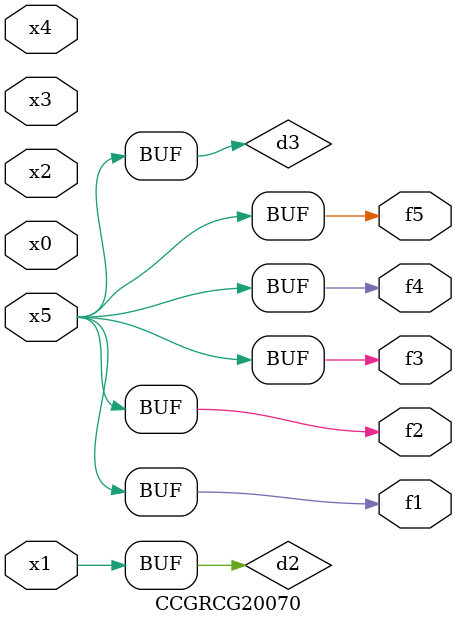
<source format=v>
module CCGRCG20070(
	input x0, x1, x2, x3, x4, x5,
	output f1, f2, f3, f4, f5
);

	wire d1, d2, d3;

	not (d1, x5);
	or (d2, x1);
	xnor (d3, d1);
	assign f1 = d3;
	assign f2 = d3;
	assign f3 = d3;
	assign f4 = d3;
	assign f5 = d3;
endmodule

</source>
